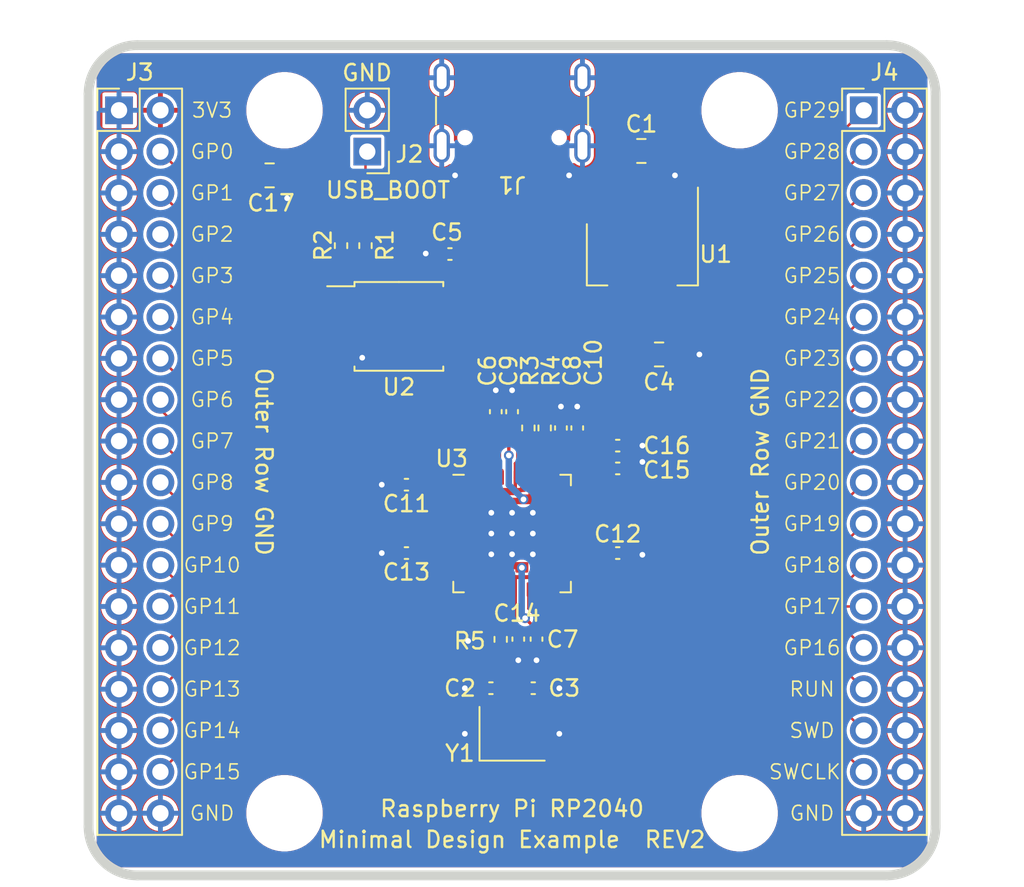
<source format=kicad_pcb>
(kicad_pcb (version 20240108) (generator "pcbnew") (generator_version "8.0")
  (title_block (title "RP2040 Minimal Design Example") (date "2024-01-16") (rev "REV2") (company "Raspberry Pi Ltd"))
  (layers (0 "F.Cu" signal) (31 "B.Cu" signal) (34 "B.Paste" user) (35 "F.Paste" user) (36 "B.SilkS" user "B.Silkscreen") (37 "F.SilkS" user "F.Silkscreen") (38 "B.Mask" user) (39 "F.Mask" user) (44 "Edge.Cuts" user))
  (net 0 "")
  (net 1 "GND")
  (net 2 "VBUS")
  (net 3 "/XIN")
  (net 4 "/XOUT")
  (net 5 "+3V3")
  (net 6 "+1V1")
  (net 7 "/~{USB_BOOT}")
  (net 8 "/GPIO15")
  (net 9 "/GPIO14")
  (net 10 "/GPIO13")
  (net 11 "/GPIO12")
  (net 12 "/GPIO11")
  (net 13 "/GPIO10")
  (net 14 "/GPIO9")
  (net 15 "/GPIO8")
  (net 16 "/GPIO7")
  (net 17 "/GPIO6")
  (net 18 "/GPIO5")
  (net 19 "/GPIO4")
  (net 20 "/GPIO3")
  (net 21 "/GPIO2")
  (net 22 "/GPIO1")
  (net 23 "/GPIO0")
  (net 24 "/GPIO29_ADC3")
  (net 25 "/GPIO28_ADC2")
  (net 26 "/GPIO27_ADC1")
  (net 27 "/GPIO26_ADC0")
  (net 28 "/GPIO25")
  (net 29 "/GPIO24")
  (net 30 "/GPIO23")
  (net 31 "/GPIO22")
  (net 32 "/GPIO21")
  (net 33 "/GPIO20")
  (net 34 "/GPIO19")
  (net 35 "/GPIO18")
  (net 36 "/GPIO17")
  (net 37 "/GPIO16")
  (net 38 "/RUN")
  (net 39 "/SWD")
  (net 40 "/SWCLK")
  (net 41 "/QSPI_SS")
  (net 42 "Net-(U3-USB_DP)")
  (net 43 "Net-(U3-USB_DM)")
  (net 44 "/QSPI_SD3")
  (net 45 "/QSPI_SCLK")
  (net 46 "/QSPI_SD0")
  (net 47 "/QSPI_SD2")
  (net 48 "/QSPI_SD1")
  (net 49 "/USB_D+")
  (net 50 "/USB_D-")
  (net 51 "Net-(C3-Pad1)")
  (footprint "Capacitor_SMD:C_0805_2012Metric" (layer "F.Cu") (at 109.025 89)
    (property "Reference" "C4")
    (property "Value" "10u")
  )
  (footprint "Connector_USB:USB_C_Receptacle_GCT_USB4105-xx-A_16P_TopMnt_Horizontal" (layer "F.Cu") (at 100 73.075 180)
    (property "Reference" "J1")
    (property "Value" "USB_C")
  )
  (footprint "Connector_PinHeader_2.54mm:PinHeader_1x02_P2.54mm_Vertical" (layer "F.Cu") (at 91.11 76.54 180)
    (property "Reference" "J2")
    (property "Value" "Conn_01x02")
  )
  (footprint "Connector_PinHeader_2.54mm:PinHeader_2x18_P2.54mm_Vertical" (layer "F.Cu") (at 75.87 74)
    (property "Reference" "J3")
    (property "Value" "Conn_02x18_Odd_Even")
  )
  (footprint "Capacitor_SMD:C_0402_1005Metric" (layer "F.Cu") (at 104 93.515 90)
    (property "Reference" "C10")
    (property "Value" "1u")
  )
  (footprint "Capacitor_SMD:C_0402_1005Metric" (layer "F.Cu") (at 103 93.515 90)
    (property "Reference" "C8")
    (property "Value" "1u")
  )
  (footprint "Capacitor_SMD:C_0402_1005Metric" (layer "F.Cu") (at 93.515 101.2 180)
    (property "Reference" "C13")
    (property "Value" "100n")
  )
  (footprint "Capacitor_SMD:C_0402_1005Metric" (layer "F.Cu") (at 96.185 82.83 180)
    (property "Reference" "C5")
    (property "Value" "100n")
  )
  (footprint "Resistor_SMD:R_0402_1005Metric" (layer "F.Cu") (at 89.5 82.315 -90)
    (property "Reference" "R2")
    (property "Value" "DNF")
  )
  (footprint "Connector_PinHeader_2.54mm:PinHeader_2x18_P2.54mm_Vertical" (layer "F.Cu") (at 121.59 74)
    (property "Reference" "J4")
    (property "Value" "Conn_02x18_Odd_Even")
  )
  (footprint "Package_TO_SOT_SMD:SOT-223-3_TabPin2" (layer "F.Cu") (at 108 82.85 -90)
    (property "Reference" "U1")
    (property "Value" "NCP1117-3.3_SOT223")
  )
  (footprint "Package_SO:SOIC-8_5.23x5.23mm_P1.27mm" (layer "F.Cu") (at 93.05 87.275)
    (property "Reference" "U2")
    (property "Value" "W25Q128JVS")
  )
  (footprint "Resistor_SMD:R_0402_1005Metric" (layer "F.Cu") (at 91 82.315 90)
    (property "Reference" "R1")
    (property "Value" "1k")
  )
  (footprint "Capacitor_SMD:C_0402_1005Metric" (layer "F.Cu") (at 100 92.515 90)
    (property "Reference" "C9")
    (property "Value" "100n")
  )
  (footprint "Capacitor_SMD:C_0402_1005Metric" (layer "F.Cu") (at 106.485 101.2)
    (property "Reference" "C12")
    (property "Value" "100n")
  )
  (footprint "Capacitor_SMD:C_0402_1005Metric" (layer "F.Cu") (at 100.381 106.485 -90)
    (property "Reference" "C14")
    (property "Value" "100n")
  )
  (footprint "Resistor_SMD:R_0402_1005Metric" (layer "F.Cu") (at 101 93.515 -90)
    (property "Reference" "R3")
    (property "Value" "27")
  )
  (footprint "Capacitor_SMD:C_0402_1005Metric" (layer "F.Cu") (at 101.5 106.485 -90)
    (property "Reference" "C7")
    (property "Value" "100n")
  )
  (footprint "Capacitor_SMD:C_0805_2012Metric" (layer "F.Cu") (at 107.9375 76.5)
    (property "Reference" "C1")
    (property "Value" "10u")
  )
  (footprint "Capacitor_SMD:C_0402_1005Metric" (layer "F.Cu") (at 93.515 97 180)
    (property "Reference" "C11")
    (property "Value" "100n")
  )
  (footprint "Capacitor_SMD:C_0402_1005Metric" (layer "F.Cu") (at 106.485 94.6)
    (property "Reference" "C16")
    (property "Value" "100n")
  )
  (footprint "RP2040_minimal:RP2040-QFN-56" (layer "F.Cu") (at 100 100)
    (property "Reference" "U3")
    (property "Value" "RP2040")
  )
  (footprint "MountingHole:MountingHole_2.7mm_M2.5" (layer "F.Cu") (at 113.97 74)
    (property "Reference" "H2" (hide yes))
    (property "Value" "MountingHole")
  )
  (footprint "Resistor_SMD:R_0402_1005Metric" (layer "F.Cu") (at 102 93.515 -90)
    (property "Reference" "R4")
    (property "Value" "27")
  )
  (footprint "MountingHole:MountingHole_2.7mm_M2.5" (layer "F.Cu") (at 113.97 117.18)
    (property "Reference" "H3" (hide yes))
    (property "Value" "MountingHole")
  )
  (footprint "Capacitor_SMD:C_0402_1005Metric" (layer "F.Cu") (at 99 92.515 90)
    (property "Reference" "C6")
    (property "Value" "100n")
  )
  (footprint "Capacitor_SMD:C_0402_1005Metric" (layer "F.Cu") (at 106.485 96)
    (property "Reference" "C15")
    (property "Value" "100n")
  )
  (footprint "MountingHole:MountingHole_2.7mm_M2.5" (layer "F.Cu") (at 86.03 74)
    (property "Reference" "H1" (hide yes))
    (property "Value" "MountingHole")
  )
  (footprint "MountingHole:MountingHole_2.7mm_M2.5" (layer "F.Cu") (at 86.03 117.18)
    (property "Reference" "H4" (hide yes))
    (property "Value" "MountingHole")
  )
  (footprint "Capacitor_SMD:C_0805_2012Metric" (layer "F.Cu") (at 85.115 78)
    (property "Reference" "C17")
    (property "Value" "10u")
  )
  (footprint "Capacitor_SMD:C_0402_1005Metric" (layer "F.Cu") (at 98.7 109.5 180)
    (property "Reference" "C2")
    (property "Value" "15p")
  )
  (footprint "Capacitor_SMD:C_0402_1005Metric" (layer "F.Cu") (at 101.3 109.5)
    (property "Reference" "C3")
    (property "Value" "15p")
  )
  (footprint "Crystal:Crystal_SMD_3225-4Pin_3.2x2.5mm" (layer "F.Cu") (at 100 112.3)
    (property "Reference" "Y1")
    (property "Value" "ABM8-272-T3")
  )
  (footprint "Resistor_SMD:R_0402_1005Metric" (layer "F.Cu") (at 99.3 106.5 -90)
    (property "Reference" "R5")
    (property "Value" "1k")
  )
  (gr_line (start 123 121) (end 77 121) (stroke (width 0.6)) (layer "Edge.Cuts"))
  (gr_line (start 126 73) (end 126 118) (stroke (width 0.6)) (layer "Edge.Cuts"))
  (gr_line (start 77 70) (end 123 70) (stroke (width 0.6)) (layer "Edge.Cuts"))
  (gr_line (start 74 118) (end 74 73) (stroke (width 0.6)) (layer "Edge.Cuts"))
  (gr_arc (start 126 118) (mid 125.12132 120.12132) (end 123 121) (stroke (width 0.6)) (layer "Edge.Cuts"))
  (gr_arc (start 123 70) (mid 125.12132 70.87868) (end 126 73) (stroke (width 0.6)) (layer "Edge.Cuts"))
  (gr_arc (start 74 73) (mid 74.87868 70.87868) (end 77 70) (stroke (width 0.6)) (layer "Edge.Cuts"))
  (gr_arc (start 77 121) (mid 74.87868 120.12132) (end 74 118) (stroke (width 0.6)) (layer "Edge.Cuts"))
  (gr_text "GP1" (at 81.585 79.08 0) (layer "F.SilkS") (effects (font (size 0.9 0.9) (thickness 0.1))))
  (gr_text "GP2" (at 81.585 81.62 0) (layer "F.SilkS") (effects (font (size 0.9 0.9) (thickness 0.1))))
  (gr_text "GP3" (at 81.585 84.16 0) (layer "F.SilkS") (effects (font (size 0.9 0.9) (thickness 0.1))))
  (gr_text "GP4" (at 81.585 86.7 0) (layer "F.SilkS") (effects (font (size 0.9 0.9) (thickness 0.1))))
  (gr_text "GP5" (at 81.585 89.24 0) (layer "F.SilkS") (effects (font (size 0.9 0.9) (thickness 0.1))))
  (gr_text "GP6" (at 81.585 91.78 0) (layer "F.SilkS") (effects (font (size 0.9 0.9) (thickness 0.1))))
  (gr_text "GP7" (at 81.585 94.32 0) (layer "F.SilkS") (effects (font (size 0.9 0.9) (thickness 0.1))))
  (gr_text "GP8" (at 81.585 96.86 0) (layer "F.SilkS") (effects (font (size 0.9 0.9) (thickness 0.1))))
  (gr_text "GP9" (at 81.585 99.4 0) (layer "F.SilkS") (effects (font (size 0.9 0.9) (thickness 0.1))))
  (gr_text "GP11" (at 81.585 104.48 0) (layer "F.SilkS") (effects (font (size 0.9 0.9) (thickness 0.1))))
  (gr_text "GP10" (at 81.585 101.94 0) (layer "F.SilkS") (effects (font (size 0.9 0.9) (thickness 0.1))))
  (gr_text "GP12" (at 81.585 107.02 0) (layer "F.SilkS") (effects (font (size 0.9 0.9) (thickness 0.1))))
  (gr_text "GP13" (at 81.585 109.56 0) (layer "F.SilkS") (effects (font (size 0.9 0.9) (thickness 0.1))))
  (gr_text "GP15" (at 81.585 114.64 0) (layer "F.SilkS") (effects (font (size 0.9 0.9) (thickness 0.1))))
  (gr_text "GP14" (at 81.585 112.1 0) (layer "F.SilkS") (effects (font (size 0.9 0.9) (thickness 0.1))))
  (gr_text "GP28" (at 118.415 76.54 0) (layer "F.SilkS") (effects (font (size 0.9 0.9) (thickness 0.1))))
  (gr_text "GP27" (at 118.415 79.08 0) (layer "F.SilkS") (effects (font (size 0.9 0.9) (thickness 0.1))))
  (gr_text "GP26" (at 118.415 81.62 0) (layer "F.SilkS") (effects (font (size 0.9 0.9) (thickness 0.1))))
  (gr_text "GP25" (at 118.415 84.16 0) (layer "F.SilkS") (effects (font (size 0.9 0.9) (thickness 0.1))))
  (gr_text "GP24" (at 118.415 86.7 0) (layer "F.SilkS") (effects (font (size 0.9 0.9) (thickness 0.1))))
  (gr_text "GP23" (at 118.415 89.24 0) (layer "F.SilkS") (effects (font (size 0.9 0.9) (thickness 0.1))))
  (gr_text "GP21" (at 118.415 94.32 0) (layer "F.SilkS") (effects (font (size 0.9 0.9) (thickness 0.1))))
  (gr_text "GP20" (at 118.415 96.86 0) (layer "F.SilkS") (effects (font (size 0.9 0.9) (thickness 0.1))))
  (gr_text "GP19" (at 118.415 99.4 0) (layer "F.SilkS") (effects (font (size 0.9 0.9) (thickness 0.1))))
  (gr_text "GP17" (at 118.415 104.48 0) (layer "F.SilkS") (effects (font (size 0.9 0.9) (thickness 0.1))))
  (gr_text "GP22" (at 118.415 91.78 0) (layer "F.SilkS") (effects (font (size 0.9 0.9) (thickness 0.1))))
  (gr_text "GP18" (at 118.415 101.94 0) (layer "F.SilkS") (effects (font (size 0.9 0.9) (thickness 0.1))))
  (gr_text "SWCLK" (at 117.9705 114.64 0) (layer "F.SilkS") (effects (font (size 0.9 0.9) (thickness 0.1))))
  (gr_text "SWD" (at 118.415 112.1 0) (layer "F.SilkS") (effects (font (size 0.9 0.9) (thickness 0.1))))
  (gr_text "GP16" (at 118.415 107.02 0) (layer "F.SilkS") (effects (font (size 0.9 0.9) (thickness 0.1))))
  (gr_text "RUN" (at 118.415 109.56 0) (layer "F.SilkS") (effects (font (size 0.9 0.9) (thickness 0.1))))
  (gr_text "GND" (at 81.585 117.18 0) (layer "F.SilkS") (effects (font (size 0.9 0.9) (thickness 0.1))))
  (gr_text "GND" (at 118.415 117.18 0) (layer "F.SilkS") (effects (font (size 0.9 0.9) (thickness 0.1))))
  (gr_text "GP29" (at 118.415 74 0) (layer "F.SilkS") (effects (font (size 0.9 0.9) (thickness 0.1))))
  (gr_text "Outer Row GND" (at 84.76 95.59 270) (layer "F.SilkS") (effects (font (size 1 1))))
  (gr_text "Outer Row GND" (at 115.24 95.59 90) (layer "F.SilkS") (effects (font (size 1 1))))
  (gr_text "Raspberry Pi RP2040" (at 100 116.9 0) (layer "F.SilkS") (effects (font (size 1 1))))
  (gr_text "Minimal Design Example  REV2" (at 100 118.8 0) (layer "F.SilkS") (effects (font (size 1 1))))
  (gr_text "GND" (at 91.1 71.7 0) (layer "F.SilkS") (effects (font (size 1 1))))
  (gr_text "GP0" (at 81.585 76.54 0) (layer "F.SilkS") (effects (font (size 0.9 0.9) (thickness 0.1))))
  (gr_text "3V3" (at 81.585 74 0) (layer "F.SilkS") (effects (font (size 0.9 0.9) (thickness 0.1))))
  (gr_text "\nUSB_BOOT" (at 92.38 78.1 0) (layer "F.SilkS") (effects (font (size 1 1))))
  (segment (start 93.03 101.2) (end 92 101.2) (width 0.2) (layer "F.Cu") (net 1))
  (segment (start 104 93.03) (end 104 92.2) (width 0.2) (layer "F.Cu") (net 1))
  (segment (start 106.97 101.2) (end 107.075 101.305) (width 0.2) (layer "F.Cu") (net 1))
  (segment (start 106.97 94.6) (end 108 94.6) (width 0.2) (layer "F.Cu") (net 1))
  (segment (start 107.075 101.305) (end 108 101.305) (width 0.2) (layer "F.Cu") (net 1))
  (segment (start 110.3 79.7) (end 110.3 78.3) (width 0.2) (layer "F.Cu") (net 1))
  (segment (start 110.3 78.3) (end 110 78) (width 0.2) (layer "F.Cu") (net 1))
  (segment (start 95.375 82.8) (end 94.7 82.8) (width 0.2) (layer "F.Cu") (net 1))
  (segment (start 101.5 106.97) (end 101.5 107.782004) (width 0.2) (layer "F.Cu") (net 1))
  (segment (start 106.97 96) (end 107.6 96) (width 0.15) (layer "F.Cu") (net 1))
  (segment (start 108.875 76.875) (end 110 78) (width 0.2) (layer "F.Cu") (net 1))
  (segment (start 103.2 77.7) (end 103.5 78) (width 0.3) (layer "F.Cu") (net 1))
  (segment (start 89.45 89.18) (end 90.78 89.18) (width 0.2) (layer "F.Cu") (net 1))
  (segment (start 103.2 76.755) (end 103.2 77.7) (width 0.3) (layer "F.Cu") (net 1))
  (segment (start 86.14 78) (end 86.14 79.35) (width 0.15) (layer "F.Cu") (net 1))
  (segment (start 110.05 89) (end 111.5 89) (width 0.2) (layer "F.Cu") (net 1))
  (segment (start 96.8 77.7) (end 96.5 78) (width 0.3) (layer "F.Cu") (net 1))
  (segment (start 99 104.6545) (end 99 103.4375) (width 0.15) (layer "F.Cu") (net 1))
  (segment (start 97.3 106.6) (end 97.3 106.3545) (width 0.15) (layer "F.Cu") (net 1))
  (segment (start 99 92.03) (end 99 91.200008) (width 0.2) (layer "F.Cu") (net 1))
  (segment (start 107.6 96) (end 108 95.6) (width 0.15) (layer "F.Cu") (net 1))
  (segment (start 96.8 76.755) (end 96.8 77.7) (width 0.3) (layer "F.Cu") (net 1))
  (segment (start 95.7 82.83) (end 95.405 82.83) (width 0.2) (layer "F.Cu") (net 1))
  (segment (start 100.381 107.781984) (end 100.380994 107.78199) (width 0.2) (layer "F.Cu") (net 1))
  (segment (start 100.381 106.97) (end 100.381 107.781984) (width 0.2) (layer "F.Cu") (net 1))
  (segment (start 100 92.03) (end 100 91.2) (width 0.2) (layer "F.Cu") (net 1))
  (segment (start 103 93.03) (end 103 92.2) (width 0.2) (layer "F.Cu") (net 1))
  (segment (start 93.03 97) (end 92 97) (width 0.2) (layer "F.Cu") (net 1))
  (segment (start 95.405 82.83) (end 95.375 82.8) (width 0.2) (layer "F.Cu") (net 1))
  (segment (start 90.78 89.18) (end 90.8 89.2) (width 0.2) (layer "F.Cu") (net 1))
  (segment (start 86.14 79.35) (end 86.19 79.4) (width 0.15) (layer "F.Cu") (net 1))
  (segment (start 97.3 106.3545) (end 99 104.6545) (width 0.15) (layer "F.Cu") (net 1))
  (segment (start 108.875 76.5) (end 108.875 76.875) (width 0.2) (layer "F.Cu") (net 1))
  (via (at 97.1 112.3) (size 0.6) (drill 0.35) (layers "F.Cu" "B.Cu") (net 1))
  (via (at 97.1 109.5) (size 0.6) (drill 0.35) (layers "F.Cu" "B.Cu") (net 1))
  (via (at 102.9 109.5) (size 0.6) (drill 0.35) (layers "F.Cu" "B.Cu") (net 1))
  (via (at 96.5 78) (size 0.6) (drill 0.35) (layers "F.Cu" "B.Cu") (net 1))
  (via (at 99 91.200008) (size 0.6) (drill 0.35) (layers "F.Cu" "B.Cu") (net 1))
  (via (at 97.3 106.6) (size 0.6) (drill 0.35) (layers "F.Cu" "B.Cu") (net 1))
  (via (at 103.5 78) (size 0.6) (drill 0.35) (layers "F.Cu" "B.Cu") (net 1))
  (via (at 92 97) (size 0.6) (drill 0.35) (layers "F.Cu" "B.Cu") (net 1))
  (via (at 108 101.305) (size 0.6) (drill 0.35) (layers "F.Cu" "B.Cu") (net 1))
  (via (at 86.19 79.4) (size 0.6) (drill 0.35) (layers "F.Cu" "B.Cu") (net 1))
  (via (at 101.5 107.782004) (size 0.6) (drill 0.35) (layers "F.Cu" "B.Cu") (net 1))
  (via (at 102.9 112.3) (size 0.6) (drill 0.35) (layers "F.Cu" "B.Cu") (net 1))
  (via (at 92 101.2) (size 0.6) (drill 0.35) (layers "F.Cu" "B.Cu") (net 1))
  (via (at 108 94.6) (size 0.6) (drill 0.35) (layers "F.Cu" "B.Cu") (net 1))
  (via (at 111.5 89) (size 0.6) (drill 0.35) (layers "F.Cu" "B.Cu") (net 1))
  (via (at 103 92.2) (size 0.6) (drill 0.35) (layers "F.Cu" "B.Cu") (net 1))
  (via (at 94.7 82.8) (size 0.6) (drill 0.35) (layers "F.Cu" "B.Cu") (net 1))
  (via (at 100.380994 107.78199) (size 0.6) (drill 0.35) (layers "F.Cu" "B.Cu") (net 1))
  (via (at 108 95.6) (size 0.6) (drill 0.35) (layers "F.Cu" "B.Cu") (net 1))
  (via (at 90.8 89.2) (size 0.6) (drill 0.35) (layers "F.Cu" "B.Cu") (net 1))
  (via (at 104 92.2) (size 0.6) (drill 0.35) (layers "F.Cu" "B.Cu") (net 1))
  (via (at 110 78) (size 0.6) (drill 0.35) (layers "F.Cu" "B.Cu") (net 1))
  (via (at 100 91.2) (size 0.6) (drill 0.35) (layers "F.Cu" "B.Cu") (net 1))
  (segment (start 103.299999 92.499999) (end 103 92.2) (width 0.2) (layer "B.Cu") (net 1))
  (segment (start 104 93) (end 103.8 93) (width 0.2) (layer "B.Cu") (net 1))
  (segment (start 103.8 93) (end 103.299999 92.499999) (width 0.2) (layer "B.Cu") (net 1))
  (segment (start 98.5 74.5) (end 100.636396 74.5) (width 0.3) (layer "F.Cu") (net 2))
  (segment (start 98 75) (end 98.5 74.5) (width 0.3) (layer "F.Cu") (net 2))
  (segment (start 98 75.815305) (end 98 75) (width 0.3) (layer "F.Cu") (net 2))
  (segment (start 97.6 76.755) (end 97.6 76.215305) (width 0.3) (layer "F.Cu") (net 2))
  (segment (start 102.4 76.263604) (end 102.4 76.755) (width 0.3) (layer "F.Cu") (net 2))
  (segment (start 100.636396 74.5) (end 102.4 76.263604) (width 0.3) (layer "F.Cu") (net 2))
  (segment (start 97.6 76.215305) (end 98 75.815305) (width 0.3) (layer "F.Cu") (net 2))
  (segment (start 99.4 104.937861) (end 98.6 105.737861) (width 0.15) (layer "F.Cu") (net 3))
  (segment (start 99.4 103.4375) (end 99.4 104.937861) (width 0.15) (layer "F.Cu") (net 3))
  (segment (start 98.6 108.92) (end 99.18 109.5) (width 0.15) (layer "F.Cu") (net 3))
  (segment (start 99.18 109.5) (end 100 110.32) (width 0.15) (layer "F.Cu") (net 3))
  (segment (start 98.6 105.737861) (end 98.6 108.92) (width 0.15) (layer "F.Cu") (net 3))
  (segment (start 100 112.3) (end 99.15 113.15) (width 0.15) (layer "F.Cu") (net 3))
  (segment (start 99.15 113.15) (end 98.9 113.15) (width 0.15) (layer "F.Cu") (net 3))
  (segment (start 100 110.32) (end 100 112.3) (width 0.15) (layer "F.Cu") (net 3))
  (segment (start 99.8 105.1) (end 99.3 105.6) (width 0.15) (layer "F.Cu") (net 4))
  (segment (start 99.3 105.6) (end 99.3 105.99) (width 0.15) (layer "F.Cu") (net 4))
  (segment (start 99.8 103.4375) (end 99.8 105.1) (width 0.15) (layer "F.Cu") (net 4))
  (segment (start 96.5625 101) (end 94.2 101) (width 0.2) (layer "F.Cu") (net 5))
  (segment (start 100.2 102.8) (end 100 102.6) (width 0.2) (layer "F.Cu") (net 5))
  (segment (start 94.2 101) (end 94 101.2) (width 0.2) (layer "F.Cu") (net 5))
  (segment (start 100.9525 106.2515) (end 100.9525 108.163) (width 0.15) (layer "F.Cu") (net 5))
  (segment (start 103.4375 101) (end 102.6 101) (width 0.2) (layer "F.Cu") (net 5))
  (segment (start 100.2 95.7) (end 100.2 96.5625) (width 0.2) (layer "F.Cu") (net 5))
  (segment (start 96.5625 101) (end 97.4 101) (width 0.2) (layer "F.Cu") (net 5))
  (segment (start 100.2 105.5055) (end 100.381 105.6865) (width 0.2) (layer "F.Cu") (net 5))
  (segment (start 100.6 95.799998) (end 100.350001 95.549999) (width 0.2) (layer "F.Cu") (net 5))
  (segment (start 100.381 106) (end 100.701 106) (width 0.15) (layer "F.Cu") (net 5))
  (segment (start 100.6 97.2) (end 100.4 97.4) (width 0.2) (layer "F.Cu") (net 5))
  (segment (start 103.4375 101) (end 105.8 101) (width 0.2) (layer "F.Cu") (net 5))
  (segment (start 101.096505 108.307005) (end 102.141995 108.307005) (width 0.15) (layer "F.Cu") (net 5))
  (segment (start 100.701 106) (end 100.9525 106.2515) (width 0.15) (layer "F.Cu") (net 5))
  (segment (start 100.350001 94.112535) (end 100.350001 95.549999) (width 0.2) (layer "F.Cu") (net 5))
  (segment (start 100.2 103.4375) (end 100.2 105.5055) (width 0.2) (layer "F.Cu") (net 5))
  (segment (start 105.8 101) (end 106 101.2) (width 0.2) (layer "F.Cu") (net 5))
  (segment (start 96.5625 97.4) (end 97.4 97.4) (width 0.2) (layer "F.Cu") (net 5))
  (segment (start 100 93) (end 100 93.762534) (width 0.2) (layer "F.Cu") (net 5))
  (segment (start 100.6 96.5625) (end 100.6 97.2) (width 0.2) (layer "F.Cu") (net 5))
  (segment (start 100.9525 108.163) (end 101.096505 108.307005) (width 0.15) (layer "F.Cu") (net 5))
  (segment (start 100.6 96.5625) (end 100.6 95.799998) (width 0.2) (layer "F.Cu") (net 5))
  (segment (start 100.2 96.5625) (end 100.2 97.4) (width 0.2) (layer "F.Cu") (net 5))
  (segment (start 108 86) (end 108 89) (width 0.2) (layer "F.Cu") (net 5))
  (segment (start 100.381 105.6865) (end 100.381 106) (width 0.2) (layer "F.Cu") (net 5))
  (segment (start 100.350001 95.549999) (end 100.2 95.7) (width 0.2) (layer "F.Cu") (net 5))
  (segment (start 102.2 96.1) (end 103.6 94.7) (width 0.2) (layer "F.Cu") (net 5))
  (segment (start 100.2 97.4) (end 100.2 97) (width 0.2) (layer "F.Cu") (net 5))
  (segment (start 100 93.762534) (end 100.350001 94.112535) (width 0.2) (layer "F.Cu") (net 5))
  (segment (start 96.65 85.37) (end 96.65 82.85) (width 0.2) (layer "F.Cu") (net 5))
  (segment (start 100.2 103.4375) (end 100.2 102.8) (width 0.2) (layer "F.Cu") (net 5))
  (segment (start 102.2 96.5625) (end 102.2 96.1) (width 0.2) (layer "F.Cu") (net 5))
  (segment (start 96.65 82.85) (end 96.67 82.83) (width 0.2) (layer "F.Cu") (net 5))
  (segment (start 96.5625 97.4) (end 95.7 97.4) (width 0.2) (layer "F.Cu") (net 5))
  (segment (start 74.7 72.9) (end 74.7 75.2) (width 0.3) (layer "F.Cu") (net 5))
  (segment (start 99.8 96.5625) (end 99.8 95.199994) (width 0.2) (layer "F.Cu") (net 6))
  (segment (start 101.8 95.8) (end 103 94.6) (width 0.2) (layer "F.Cu") (net 6))
  (segment (start 99 93.295) (end 99.8 94.095) (width 0.2) (layer "F.Cu") (net 6))
  (segment (start 101.5 105.9) (end 100.8 105.2) (width 0.2) (layer "F.Cu") (net 6))
  (segment (start 100.6 105) (end 100.8 105.2) (width 0.2) (layer "F.Cu") (net 6))
  (segment (start 99.8 94.095) (end 99.8 94.77573) (width 0.2) (layer "F.Cu") (net 6))
  (segment (start 101.5 106) (end 101.5 105.9) (width 0.2) (layer "F.Cu") (net 6))
  (segment (start 101.8 96.5625) (end 101.8 95.8) (width 0.2) (layer "F.Cu") (net 6))
  (segment (start 101.8 96.5625) (end 101.8 97.4) (width 0.2) (layer "F.Cu") (net 6))
  (segment (start 99 93) (end 99 93.295) (width 0.2) (layer "F.Cu") (net 6))
  (segment (start 99.8 94.77573) (end 99.8 95.199994) (width 0.2) (layer "F.Cu") (net 6))
  (segment (start 103 94.6) (end 103 94) (width 0.2) (layer "F.Cu") (net 6))
  (segment (start 100.6 103.4375) (end 100.6 105) (width 0.2) (layer "F.Cu") (net 6))
  (via (at 99.8 95.199994) (size 0.6) (drill 0.35) (layers "F.Cu" "B.Cu") (net 6))
  (via (at 100.7 97.9) (size 0.6) (drill 0.35) (layers "F.Cu" "B.Cu") (net 6))
  (via (at 100.8 105.2) (size 0.6) (drill 0.35) (layers "F.Cu" "B.Cu") (net 6))
  (via (at 100.59997 102.1) (size 0.6) (drill 0.35) (layers "F.Cu" "B.Cu") (net 6))
  (segment (start 100.8 105.2) (end 100.59 104.99) (width 0.4) (layer "B.Cu") (net 6))
  (segment (start 100.59 104.99) (end 100.59 102.10997) (width 0.4) (layer "B.Cu") (net 6))
  (segment (start 100.59 102.10997) (end 100.59997 102.1) (width 0.4) (layer "B.Cu") (net 6))
  (segment (start 99.8 97.01) (end 100.69 97.9) (width 0.4) (layer "B.Cu") (net 6))
  (segment (start 99.8 95.199994) (end 99.8 97.01) (width 0.4) (layer "B.Cu") (net 6))
  (segment (start 100.69 97.9) (end 100.7 97.9) (width 0.4) (layer "B.Cu") (net 6))
  (segment (start 91 76.65) (end 91.11 76.54) (width 0.15) (layer "F.Cu") (net 7))
  (segment (start 91 81.83) (end 91 76.65) (width 0.15) (layer "F.Cu") (net 7))
  (segment (start 98.6 104.437861) (end 96.687861 106.35) (width 0.15) (layer "F.Cu") (net 8))
  (segment (start 96.687861 106.35) (end 86.7 106.35) (width 0.15) (layer "F.Cu") (net 8))
  (segment (start 86.7 106.35) (end 78.41 114.64) (width 0.15) (layer "F.Cu") (net 8))
  (segment (start 98.6 103.4375) (end 98.6 104.437861) (width 0.15) (layer "F.Cu") (net 8))
  (segment (start 84.795 105.715) (end 78.41 112.1) (width 0.15) (layer "F.Cu") (net 9))
  (segment (start 98.2 104.19) (end 96.675 105.715) (width 0.15) (layer "F.Cu") (net 9))
  (segment (start 98.2 103.4375) (end 98.2 104.19) (width 0.15) (layer "F.Cu") (net 9))
  (segment (start 96.675 105.715) (end 84.795 105.715) (width 0.15) (layer "F.Cu") (net 9))
  (segment (start 96.595 105.08) (end 82.89 105.08) (width 0.15) (layer "F.Cu") (net 10))
  (segment (start 82.89 105.08) (end 78.41 109.56) (width 0.15) (layer "F.Cu") (net 10))
  (segment (start 97.8 103.4375) (end 97.8 103.875) (width 0.15) (layer "F.Cu") (net 10))
  (segment (start 97.8 103.875) (end 96.595 105.08) (width 0.15) (layer "F.Cu") (net 10))
  (segment (start 97.4 103.4375) (end 97.3 103.5375) (width 0.15) (layer "F.Cu") (net 11))
  (segment (start 97.3 103.5375) (end 97.0975 103.5375) (width 0.15) (layer "F.Cu") (net 11))
  (segment (start 80.985 104.445) (end 78.41 107.02) (width 0.15) (layer "F.Cu") (net 11))
  (segment (start 97.0975 103.5375) (end 96.19 104.445) (width 0.15) (layer "F.Cu") (net 11))
  (segment (start 96.19 104.445) (end 80.985 104.445) (width 0.15) (layer "F.Cu") (net 11))
  (segment (start 79.08 103.81) (end 78.41 104.48) (width 0.15) (layer "F.Cu") (net 12))
  (segment (start 96.5625 102.6) (end 96.13 102.6) (width 0.15) (layer "F.Cu") (net 12))
  (segment (start 94.92 103.81) (end 79.08 103.81) (width 0.15) (layer "F.Cu") (net 12))
  (segment (start 96.13 102.6) (end 94.92 103.81) (width 0.15) (layer "F.Cu") (net 12))
  (segment (start 96.5625 102.2) (end 95.26 102.2) (width 0.15) (layer "F.Cu") (net 13))
  (segment (start 95.26 102.2) (end 94.285 103.175) (width 0.15) (layer "F.Cu") (net 13))
  (segment (start 79.645 103.175) (end 78.41 101.94) (width 0.15) (layer "F.Cu") (net 13))
  (segment (start 94.285 103.175) (end 79.645 103.175) (width 0.15) (layer "F.Cu") (net 13))
  (segment (start 94.285 102.54) (end 81.55 102.54) (width 0.15) (layer "F.Cu") (net 14))
  (segment (start 81.55 102.54) (end 78.41 99.4) (width 0.15) (layer "F.Cu") (net 14))
  (segment (start 96.5625 101.8) (end 95.025 101.8) (width 0.15) (layer "F.Cu") (net 14))
  (segment (start 95.025 101.8) (end 94.285 102.54) (width 0.15) (layer "F.Cu") (net 14))
  (segment (start 83.455 101.905) (end 78.41 96.86) (width 0.15) (layer "F.Cu") (net 15))
  (segment (start 94.285 101.905) (end 83.455 101.905) (width 0.15) (layer "F.Cu") (net 15))
  (segment (start 94.79 101.4) (end 94.285 101.905) (width 0.15) (layer "F.Cu") (net 15))
  (segment (start 96.5625 101.4) (end 94.79 101.4) (width 0.15) (layer "F.Cu") (net 15))
  (segment (start 96.5625 100.6) (end 84.69 100.6) (width 0.15) (layer "F.Cu") (net 16))
  (segment (start 84.69 100.6) (end 78.41 94.32) (width 0.15) (layer "F.Cu") (net 16))
  (segment (start 86.23 100.2) (end 78.41 92.38) (width 0.15) (layer "F.Cu") (net 17))
  (segment (start 78.41 92.38) (end 78.41 91.78) (width 0.15) (layer "F.Cu") (net 17))
  (segment (start 96.5625 100.2) (end 86.23 100.2) (width 0.15) (layer "F.Cu") (net 17))
  (segment (start 96.5625 99.8) (end 87.1 99.8) (width 0.15) (layer "F.Cu") (net 18))
  (segment (start 79.68 90.51) (end 78.41 89.24) (width 0.15) (layer "F.Cu") (net 18))
  (segment (start 87.1 99.8) (end 79.68 92.38) (width 0.15) (layer "F.Cu") (net 18))
  (segment (start 79.68 92.38) (end 79.68 90.51) (width 0.15) (layer "F.Cu") (net 18))
  (segment (start 80.95 92.38) (end 80.95 89.24) (width 0.15) (layer "F.Cu") (net 19))
  (segment (start 80.95 89.24) (end 78.41 86.7) (width 0.15) (layer "F.Cu") (net 19))
  (segment (start 96.5625 99.4) (end 87.97 99.4) (width 0.15) (layer "F.Cu") (net 19))
  (segment (start 87.97 99.4) (end 80.95 92.38) (width 0.15) (layer "F.Cu") (net 19))
  (segment (start 88.84 99) (end 82.22 92.38) (width 0.15) (layer "F.Cu") (net 20))
  (segment (start 96.5625 99) (end 88.84 99) (width 0.15) (layer "F.Cu") (net 20))
  (segment (start 82.22 87.9525) (end 78.4275 84.16) (width 0.15) (layer "F.Cu") (net 20))
  (segment (start 82.22 92.38) (end 82.22 87.9525) (width 0.15) (layer "F.Cu") (net 20))
  (segment (start 78.4275 84.16) (end 78.41 84.16) (width 0.15) (layer "F.Cu") (net 20))
  (segment (start 96.5625 98.6) (end 89.71 98.6) (width 0.15) (layer "F.Cu") (net 21))
  (segment (start 83.49 86.6825) (end 78.4275 81.62) (width 0.15) (layer "F.Cu") (net 21))
  (segment (start 78.4275 81.62) (end 78.41 81.62) (width 0.15) (layer "F.Cu") (net 21))
  (segment (start 83.49 92.38) (end 83.49 86.6825) (width 0.15) (layer "F.Cu") (net 21))
  (segment (start 89.71 98.6) (end 83.49 92.38) (width 0.15) (layer "F.Cu") (net 21))
  (segment (start 84.76 85.4125) (end 78.4275 79.08) (width 0.15) (layer "F.Cu") (net 22))
  (segment (start 90.58 98.2) (end 84.76 92.38) (width 0.15) (layer "F.Cu") (net 22))
  (segment (start 84.76 92.38) (end 84.76 85.4125) (width 0.15) (layer "F.Cu") (net 22))
  (segment (start 96.5625 98.2) (end 90.58 98.2) (width 0.15) (layer "F.Cu") (net 22))
  (segment (start 78.4275 79.08) (end 78.41 79.08) (width 0.15) (layer "F.Cu") (net 22))
  (segment (start 96.5625 97.8) (end 91.45 97.8) (width 0.15) (layer "F.Cu") (net 23))
  (segment (start 86.03 92.38) (end 86.03 84.16) (width 0.15) (layer "F.Cu") (net 23))
  (segment (start 91.45 97.8) (end 86.03 92.38) (width 0.15) (layer "F.Cu") (net 23))
  (segment (start 86.03 84.16) (end 78.41 76.54) (width 0.15) (layer "F.Cu") (net 23))
  (segment (start 121.58125 74) (end 121.59 74) (width 0.15) (layer "F.Cu") (net 24))
  (segment (start 106.645 97.8) (end 112.065 92.38) (width 0.15) (layer "F.Cu") (net 24))
  (segment (start 112.065 92.38) (end 112.065 83.51625) (width 0.15) (layer "F.Cu") (net 24))
  (segment (start 103.4375 97.8) (end 106.645 97.8) (width 0.15) (layer "F.Cu") (net 24))
  (segment (start 112.065 83.51625) (end 121.58125 74) (width 0.15) (layer "F.Cu") (net 24))
  (segment (start 103.4375 98.2) (end 107.515 98.2) (width 0.15) (layer "F.Cu") (net 25))
  (segment (start 107.515 98.2) (end 113.335 92.38) (width 0.15) (layer "F.Cu") (net 25))
  (segment (start 120.93 77.2) (end 121.59 76.54) (width 0.15) (layer "F.Cu") (net 25))
  (segment (start 113.335 92.38) (end 113.335 84.795) (width 0.15) (layer "F.Cu") (net 25))
  (segment (start 113.335 84.795) (end 120.93 77.2) (width 0.15) (layer "F.Cu") (net 25))
  (segment (start 120.92 79.75) (end 121.59 79.08) (width 0.15) (layer "F.Cu") (net 26))
  (segment (start 114.605 86.065) (end 120.92 79.75) (width 0.15) (layer "F.Cu") (net 26))
  (segment (start 114.605 92.38) (end 114.605 86.065) (width 0.15) (layer "F.Cu") (net 26))
  (segment (start 108.385 98.6) (end 114.605 92.38) (width 0.15) (layer "F.Cu") (net 26))
  (segment (start 103.4375 98.6) (end 108.385 98.6) (width 0.15) (layer "F.Cu") (net 26))
  (segment (start 115.875 92.3975) (end 115.875 87.335) (width 0.15) (layer "F.Cu") (net 27))
  (segment (start 120.92 82.29) (end 121.59 81.62) (width 0.15) (layer "F.Cu") (net 27))
  (segment (start 115.875 87.335) (end 120.92 82.29) (width 0.15) (layer "F.Cu") (net 27))
  (segment (start 103.4375 99) (end 109.2725 99) (width 0.15) (layer "F.Cu") (net 27))
  (segment (start 109.2725 99) (end 115.875 92.3975) (width 0.15) (layer "F.Cu") (net 27))
  (segment (start 103.4375 99.4) (end 110.125 99.4) (width 0.15) (layer "F.Cu") (net 28))
  (segment (start 117.145 92.38) (end 117.145 88.605) (width 0.15) (layer "F.Cu") (net 28))
  (segment (start 117.145 88.605) (end 120.92 84.83) (width 0.15) (layer "F.Cu") (net 28))
  (segment (start 110.125 99.4) (end 117.145 92.38) (width 0.15) (layer "F.Cu") (net 28))
  (segment (start 120.92 84.83) (end 121.59 84.16) (width 0.15) (layer "F.Cu") (net 28))
  (segment (start 118.415 89.875) (end 120.92 87.37) (width 0.15) (layer "F.Cu") (net 29))
  (segment (start 110.995 99.8) (end 118.415 92.38) (width 0.15) (layer "F.Cu") (net 29))
  (segment (start 120.92 87.37) (end 121.59 86.7) (width 0.15) (layer "F.Cu") (net 29))
  (segment (start 118.415 92.38) (end 118.415 89.875) (width 0.15) (layer "F.Cu") (net 29))
  (segment (start 103.4375 99.8) (end 110.995 99.8) (width 0.15) (layer "F.Cu") (net 29))
  (segment (start 119.685 91.145) (end 119.685 92.38) (width 0.15) (layer "F.Cu") (net 30))
  (segment (start 111.865 100.2) (end 105.2 100.2) (width 0.15) (layer "F.Cu") (net 30))
  (segment (start 119.685 92.38) (end 111.865 100.2) (width 0.15) (layer "F.Cu") (net 30))
  (segment (start 121.59 89.24) (end 119.685 91.145) (width 0.15) (layer "F.Cu") (net 30))
  (segment (start 105.2 100.2) (end 103.4375 100.2) (width 0.15) (layer "F.Cu") (net 30))
  (segment (start 120.32 93.05) (end 121.59 91.78) (width 0.15) (layer "F.Cu") (net 31))
  (segment (start 112.77 100.6) (end 120.32 93.05) (width 0.15) (layer "F.Cu") (net 31))
  (segment (start 103.4375 100.6) (end 112.77 100.6) (width 0.15) (layer "F.Cu") (net 31))
  (segment (start 105.10875 101.94) (end 113.97 101.94) (width 0.15) (layer "F.Cu") (net 32))
  (segment (start 120.32 95.59) (end 121.59 94.32) (width 0.15) (layer "F.Cu") (net 32))
  (segment (start 113.97 101.94) (end 120.32 95.59) (width 0.15) (layer "F.Cu") (net 32))
  (segment (start 103.4375 101.4) (end 104.56875 101.4) (width 0.15) (layer "F.Cu") (net 32))
  (segment (start 104.56875 101.4) (end 105.10875 101.94) (width 0.15) (layer "F.Cu") (net 32))
  (segment (start 104.305 101.8) (end 105.08 102.575) (width 0.15) (layer "F.Cu") (net 33))
  (segment (start 115.875 102.575) (end 120.32 98.13) (width 0.15) (layer "F.Cu") (net 33))
  (segment (start 103.4375 101.8) (end 104.305 101.8) (width 0.15) (layer "F.Cu") (net 33))
  (segment (start 120.32 98.13) (end 121.59 96.86) (width 0.15) (layer "F.Cu") (net 33))
  (segment (start 105.08 102.575) (end 115.875 102.575) (width 0.15) (layer "F.Cu") (net 33))
  (segment (start 117.78 103.21) (end 120.32 100.67) (width 0.15) (layer "F.Cu") (net 34))
  (segment (start 120.32 100.67) (end 121.59 99.4) (width 0.15) (layer "F.Cu") (net 34))
  (segment (start 105.08 103.21) (end 117.78 103.21) (width 0.15) (layer "F.Cu") (net 34))
  (segment (start 104.07 102.2) (end 105.08 103.21) (width 0.15) (layer "F.Cu") (net 34))
  (segment (start 103.4375 102.2) (end 104.07 102.2) (width 0.15) (layer "F.Cu") (net 34))
  (segment (start 103.835 102.6) (end 103.4375 102.6) (width 0.15) (layer "F.Cu") (net 35))
  (segment (start 105.08 103.845) (end 103.835 102.6) (width 0.15) (layer "F.Cu") (net 35))
  (segment (start 121.59 101.94) (end 119.685 103.845) (width 0.15) (layer "F.Cu") (net 35))
  (segment (start 119.685 103.845) (end 105.08 103.845) (width 0.15) (layer "F.Cu") (net 35))
  (segment (start 103.342681 103.4375) (end 104.385181 104.48) (width 0.15) (layer "F.Cu") (net 36))
  (segment (start 102.6 103.4375) (end 103.342681 103.4375) (width 0.15) (layer "F.Cu") (net 36))
  (segment (start 104.385181 104.48) (end 121.59 104.48) (width 0.15) (layer "F.Cu") (net 36))
  (segment (start 103.315 105.115) (end 102.2 104) (width 0.15) (layer "F.Cu") (net 37))
  (segment (start 119.685 105.115) (end 103.315 105.115) (width 0.15) (layer "F.Cu") (net 37))
  (segment (start 102.2 104) (end 102.2 103.4375) (width 0.15) (layer "F.Cu") (net 37))
  (segment (start 121.59 107.02) (end 119.685 105.115) (width 0.15) (layer "F.Cu") (net 37))
  (segment (start 101.8 104.2) (end 101.8 103.4375) (width 0.15) (layer "F.Cu") (net 38))
  (segment (start 121.59 109.56) (end 117.78 105.75) (width 0.15) (layer "F.Cu") (net 38))
  (segment (start 117.78 105.75) (end 103.35 105.75) (width 0.15) (layer "F.Cu") (net 38))
  (segment (start 103.35 105.75) (end 101.8 104.2) (width 0.15) (layer "F.Cu") (net 38))
  (segment (start 103.385 106.385) (end 101.4 104.4) (width 0.15) (layer "F.Cu") (net 39))
  (segment (start 101.4 104.4) (end 101.4 103.4375) (width 0.15) (layer "F.Cu") (net 39))
  (segment (start 121.59 112.1) (end 115.875 106.385) (width 0.15) (layer "F.Cu") (net 39))
  (segment (start 115.875 106.385) (end 103.385 106.385) (width 0.15) (layer "F.Cu") (net 39))
  (segment (start 113.97 107.02) (end 103.408501 107.02) (width 0.15) (layer "F.Cu") (net 40))
  (segment (start 103.408501 107.02) (end 101 104.611499) (width 0.15) (layer "F.Cu") (net 40))
  (segment (start 121.59 114.64) (end 113.97 107.02) (width 0.15) (layer "F.Cu") (net 40))
  (segment (start 101 104.611499) (end 101 103.4375) (width 0.15) (layer "F.Cu") (net 40))
  (segment (start 97.4 96.4) (end 97.4 96.6) (width 0.15) (layer "F.Cu") (net 41))
  (segment (start 89.45 82.85) (end 89.5 82.8) (width 0.15) (layer "F.Cu") (net 41))
  (segment (start 88.6 91.3) (end 92.3 91.3) (width 0.15) (layer "F.Cu") (net 41))
  (segment (start 87.5 86.8) (end 87.5 90.2) (width 0.15) (layer "F.Cu") (net 41))
  (segment (start 92.3 91.3) (end 97.4 96.4) (width 0.15) (layer "F.Cu") (net 41))
  (segment (start 89.45 85.37) (end 88.93 85.37) (width 0.15) (layer "F.Cu") (net 41))
  (segment (start 87.5 90.2) (end 88.6 91.3) (width 0.15) (layer "F.Cu") (net 41))
  (segment (start 88.93 85.37) (end 87.5 86.8) (width 0.15) (layer "F.Cu") (net 41))
  (segment (start 89.45 85.37) (end 89.45 82.85) (width 0.15) (layer "F.Cu") (net 41))
  (segment (start 89.5 82.8) (end 91 82.8) (width 0.15) (layer "F.Cu") (net 41))
  (segment (start 97.4 96.6) (end 97.4 96.6275) (width 0.15) (layer "F.Cu") (net 41))
  (segment (start 101 96.5625) (end 101 94) (width 0.2) (layer "F.Cu") (net 42))
  (segment (start 101.4 95.3) (end 102 94.7) (width 0.2) (layer "F.Cu") (net 43))
  (segment (start 101.4 96.5625) (end 101.4 95.3) (width 0.2) (layer "F.Cu") (net 43))
  (segment (start 102 94.7) (end 102 94) (width 0.2) (layer "F.Cu") (net 43))
  (segment (start 98.4 87.8) (end 97.24 86.64) (width 0.15) (layer "F.Cu") (net 44))
  (segment (start 99.251321 95.976321) (end 99.251321 94.251321) (width 0.15) (layer "F.Cu") (net 44))
  (segment (start 97.9 92.9) (end 97.9 91.1) (width 0.15) (layer "F.Cu") (net 44))
  (segment (start 99.4 96.125) (end 99.251321 95.976321) (width 0.15) (layer "F.Cu") (net 44))
  (segment (start 99.4 96.5625) (end 99.4 96.125) (width 0.15) (layer "F.Cu") (net 44))
  (segment (start 98.4 90.6) (end 98.4 87.8) (width 0.15) (layer "F.Cu") (net 44))
  (segment (start 99.251321 94.251321) (end 97.9 92.9) (width 0.15) (layer "F.Cu") (net 44))
  (segment (start 97.9 91.1) (end 98.4 90.6) (width 0.15) (layer "F.Cu") (net 44))
  (segment (start 97.24 86.64) (end 96.65 86.64) (width 0.15) (layer "F.Cu") (net 44))
  (segment (start 97.8 88.5) (end 97.21 87.91) (width 0.15) (layer "F.Cu") (net 45))
  (segment (start 99 96.5725) (end 98.95131 96.52381) (width 0.15) (layer "F.Cu") (net 45))
  (segment (start 98.95131 94.75131) (end 97.3 93.1) (width 0.15) (layer "F.Cu") (net 45))
  (segment (start 97.21 87.91) (end 96.65 87.91) (width 0.15) (layer "F.Cu") (net 45))
  (segment (start 98.95131 96.52381) (end 98.95131 94.75131) (width 0.15) (layer "F.Cu") (net 45))
  (segment (start 97.3 90.9) (end 97.8 90.4) (width 0.15) (layer "F.Cu") (net 45))
  (segment (start 97.8 90.4) (end 97.8 88.5) (width 0.15) (layer "F.Cu") (net 45))
  (segment (start 97.3 93.1) (end 97.3 90.9) (width 0.15) (layer "F.Cu") (net 45))
  (segment (start 98.6 95.2) (end 96.7 93.3) (width 0.15) (layer "F.Cu") (net 46))
  (segment (start 96.7 93.3) (end 96.7 89.23) (width 0.15) (layer "F.Cu") (net 46))
  (segment (start 98.6 96.5725) (end 98.6 95.2) (width 0.15) (layer "F.Cu") (net 46))
  (segment (start 96.7 89.23) (end 96.65 89.18) (width 0.15) (layer "F.Cu") (net 46))
  (segment (start 98.2 96.5725) (end 98.2 95.6) (width 0.15) (layer "F.Cu") (net 47))
  (segment (start 98.2 95.6) (end 90.51 87.91) (width 0.15) (layer "F.Cu") (net 47))
  (segment (start 90.51 87.91) (end 89.45 87.91) (width 0.15) (layer "F.Cu") (net 47))
  (segment (start 88.96 86.64) (end 89.45 86.64) (width 0.15) (layer "F.Cu") (net 48))
  (segment (start 88.1 87.5) (end 88.96 86.64) (width 0.15) (layer "F.Cu") (net 48))
  (segment (start 89 90.7) (end 88.1 89.8) (width 0.15) (layer "F.Cu") (net 48))
  (segment (start 88.1 89.8) (end 88.1 87.5) (width 0.15) (layer "F.Cu") (net 48))
  (segment (start 97.8 96) (end 92.5 90.7) (width 0.15) (layer "F.Cu") (net 48))
  (segment (start 97.8 96.5725) (end 97.8 96) (width 0.15) (layer "F.Cu") (net 48))
  (segment (start 92.5 90.7) (end 89 90.7) (width 0.15) (layer "F.Cu") (net 48))
  (segment (start 99.25 79.5) (end 99.25 79) (width 0.4) (layer "F.Cu") (net 49))
  (segment (start 101.025 93.005) (end 101 93.03) (width 0.8) (layer "F.Cu") (net 49))
  (segment (start 99.25 82.121752) (end 99.25 79.5) (width 0.4) (layer "F.Cu") (net 49))
  (segment (start 101.025 83.896752) (end 101.025 93.005) (width 0.8) (layer "F.Cu") (net 49))
  (segment (start 99.25 82.121752) (end 101.025 83.896752) (width 0.8) (layer "F.Cu") (net 49))
  (segment (start 100 79) (end 99.25 79) (width 0.3) (layer "F.Cu") (net 49))
  (segment (start 100.25 78.75) (end 100 79) (width 0.3) (layer "F.Cu") (net 49))
  (segment (start 99.25 79) (end 99.25 78.5) (width 0.4) (layer "F.Cu") (net 49))
  (segment (start 100.25 76.755) (end 100.25 78.75) (width 0.3) (layer "F.Cu") (net 49))
  (segment (start 99.25 78.5) (end 99.25 76.755) (width 0.4) (layer "F.Cu") (net 49))
  (segment (start 101.975 83.503248) (end 100.75 82.278248) (width 0.8) (layer "F.Cu") (net 50))
  (segment (start 101.975 93.005) (end 101.975 83.503248) (width 0.8) (layer "F.Cu") (net 50))
  (segment (start 99.75 76.755) (end 99.75 75.25) (width 0.3) (layer "F.Cu") (net 50))
  (segment (start 100.75 75.25) (end 100.75 76.755) (width 0.3) (layer "F.Cu") (net 50))
  (segment (start 102 93.03) (end 101.975 93.005) (width 0.8) (layer "F.Cu") (net 50))
  (segment (start 100.5 75) (end 100 75) (width 0.3) (layer "F.Cu") (net 50))
  (segment (start 99.75 75.25) (end 100 75) (width 0.3) (layer "F.Cu") (net 50))
  (segment (start 100.75 75.25) (end 100.5 75) (width 0.3) (layer "F.Cu") (net 50))
  (segment (start 100.75 76.755) (end 100.75 82.278248) (width 0.4) (layer "F.Cu") (net 50))
  (segment (start 100.7 109.5) (end 100.82 109.5) (width 0.15) (layer "F.Cu") (net 51))
  (segment (start 100.82 111.17) (end 100.82 109.5) (width 0.15) (layer "F.Cu") (net 51))
  (segment (start 101.1 111.45) (end 100.82 111.17) (width 0.15) (layer "F.Cu") (net 51))
  (segment (start 99.3 108.1) (end 100.7 109.5) (width 0.15) (layer "F.Cu") (net 51))
  (segment (start 99.3 107.01) (end 99.3 108.1) (width 0.15) (layer "F.Cu") (net 51))
  (zone (net 2) (net_name "VBUS") (layer "F.Cu") (priority 2) (connect_pads (clearance 0.2)) (min_thickness 0.25) (fill yes (thermal_gap 0.508) (thermal_bridge_width 0.508))
    (polygon (pts (xy 108 78) (xy 106.1 78) (xy 106.1 81.6) (xy 101.7 81.6) (xy 101.7 75.8) (xy 104.3 75.8) (xy 104.3 75) (xy 108 75)))
  )
  (zone (net 6) (net_name "+1V1") (layer "F.Cu") (priority 1) (connect_pads yes (clearance 0.15)) (min_thickness 0.15) (fill yes (thermal_gap 0.508) (thermal_bridge_width 0.508))
    (polygon (pts (xy 102 98.2) (xy 98.4 98.2) (xy 98.4 101.6) (xy 101 101.6) (xy 101 102.4) (xy 100.2 102.4) (xy 100.2 102.2) (xy 97.8 102.2) (xy 97.8 97.8) (xy 100.6 97.8) (xy 100.6 97.6) (xy 101 97.6) (xy 101 97.2) (xy 102 97.2)))
  )
  (zone (net 5) (net_name "+3V3") (layer "F.Cu") (connect_pads yes (clearance 0.15)) (min_thickness 0.15) (fill yes (thermal_gap 0.508) (thermal_bridge_width 0.508))
    (polygon (pts (xy 102.8 102.8) (xy 97.2 102.8) (xy 97.2 97.2) (xy 100 97.2) (xy 100.8 97.2) (xy 102.8 97.2)))
  )
  (zone (net 5) (net_name "+3V3") (layer "F.Cu") (connect_pads (clearance 0.25)) (min_thickness 0.2) (fill yes (thermal_gap 0.3) (thermal_bridge_width 0.3))
    (polygon (pts (xy 125.5 120.5) (xy 74.5 120.5) (xy 74.5 70.5) (xy 125.5 70.5)))
    (polygon (pts (xy 120.32 74) (xy 111.43 82.89) (xy 111.43 92.415) (xy 105.715 98.13) (xy 103.81 98.13) (xy 103.81 103.845) (xy 96.19 103.845) (xy 96.19 98.13) (xy 93.015 98.13) (xy 86.665 91.78) (xy 86.665 83.525) (xy 79.68 76.54) (xy 78.41 76.54) (xy 78.41 114.64) (xy 79.68 114.64) (xy 87.3 107.02) (xy 101.905 107.02) (xy 102.54 107.655) (xy 113.335 107.655) (xy 120.32 114.64) (xy 121.59 114.64) (xy 121.59 74)))
    (polygon (pts (xy 98.8 76.2) (xy 98.8 85.2) (xy 88.4 85.2) (xy 87.1 86.4) (xy 87.1 90.4) (xy 88.6 91.8) (xy 92.1 91.8) (xy 97.1 96.8) (xy 101.1 96.8) (xy 101.1 92.2) (xy 102.9 92.2) (xy 102.9 83) (xy 101.7 81.8) (xy 101.7 76.2)))
  )
  (zone (net 1) (net_name "GND") (layer "F.Cu") (priority 1) (connect_pads (clearance 0.2)) (min_thickness 0.2) (fill yes (thermal_gap 0.3) (thermal_bridge_width 0.3))
    (polygon (pts (xy 103.29 108.6) (xy 103.29 114.6) (xy 96.69 114.6) (xy 96.69 107) (xy 99.99 107) (xy 99.99 108.6)))
  )
  (zone (net 1) (net_name "GND") (layer "B.Cu") (connect_pads (clearance 0.2)) (min_thickness 0.2) (fill yes (thermal_gap 0.3) (thermal_bridge_width 0.3))
    (polygon (pts (xy 125.5 120.5) (xy 74.5 120.5) (xy 74.5 70.5) (xy 125.5 70.5)))
  )
)
</source>
